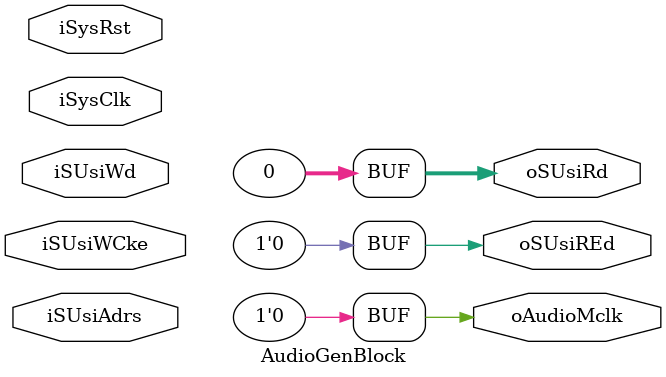
<source format=v>
module AudioGenBlock #(
	parameter 						pBlockAdrsMap 	= 8,	// ブロックのアドレス幅を指定
	parameter [pBlockAdrsMap-1:0] 	pAdrsMap	  	= 'h05,
	parameter						pBusAdrsBit		= 32	// 32bit ならば (32-1)31 を指定
)(
	// External Port
	output							oAudioMclk,
    // Internal Port
	// Bus Slave Read
	output	[31:0]					oSUsiRd,	// Read Data
	output							oSUsiREd,	// Read Valid Assert
	// Bus Slave Write
	input	[31:0]					iSUsiWd,	// Write Data
	input	[pBusAdrsBit-1:0]		iSUsiAdrs,  // R/W Adrs
	input							iSUsiWCke,	// Write Enable
    // CLK Reset
    input           				iSysClk,
    input           				iSysRst
);


assign oAudioMclk 	= 1'b0;
assign oSUsiRd		= 32'd0;
assign oSUsiREd		= 1'b0;

//----------------------------------------------------------
// I2C Unit
//----------------------------------------------------------
// wire 							wPWMEnCsr;
// wire 	[lpPWMDutyWidth-1:0]	wPWMDutyCsr;
// wire 	[lpIVtimerWidth-1:0]	wIVtimerCsr;

// PWMUnit #(
// 	.pPWMDutyWidth	(lpPWMDutyWidth),
// 	.pIVtimerWidth	(lpIVtimerWidth)
// ) PWM_UNIT (
// 	.oPwm			(oAudioMclk),
// 	.iPWMEn			(wPWMEnCsr),
// 	.iPWMDuty		(wPWMDutyCsr),
// 	.iIVtimer		(wIVtimerCsr),
// 	.iSysClk		(iSysClk),
// 	.iSysRst		(iSysRst)
// );


// //----------------------------------------------------------
// // Csr space
// //----------------------------------------------------------
// PWMCsr #(
// 	.pBlockAdrsMap	(pBlockAdrsMap),
// 	.pAdrsMap		(pAdrsMap),
// 	.pBusAdrsBit	(pBusAdrsBit),
// 	.pPWMDutyWidth	(lpPWMDutyWidth),
// 	.pIVtimerWidth	(lpIVtimerWidth)
// ) PWM_CSR (
// 	.oSUsiRd		(oSUsiRd),
// 	.oSUsiREd		(oSUsiREd),
// 	.iSUsiWd		(iSUsiWd),
// 	.iSUsiAdrs		(iSUsiAdrs),
// 	.iSUsiWCke		(iSUsiWCke),
// 	.oPWMEn			(wPWMEnCsr),
// 	.oPWMDuty		(wPWMDutyCsr),
// 	.oIVtimer		(wIVtimerCsr),
// 	.iSysClk		(iSysClk),
// 	.iSysRst		(iSysRst)
// );

endmodule
</source>
